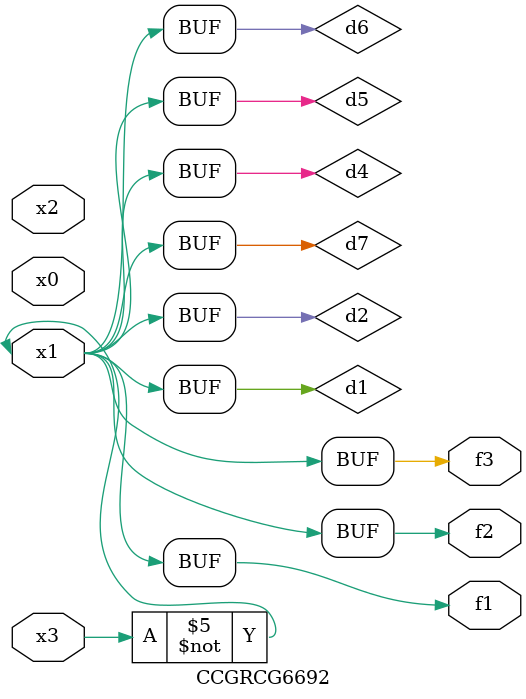
<source format=v>
module CCGRCG6692(
	input x0, x1, x2, x3,
	output f1, f2, f3
);

	wire d1, d2, d3, d4, d5, d6, d7;

	not (d1, x3);
	buf (d2, x1);
	xnor (d3, d1, d2);
	nor (d4, d1);
	buf (d5, d1, d2);
	buf (d6, d4, d5);
	nand (d7, d4);
	assign f1 = d6;
	assign f2 = d7;
	assign f3 = d6;
endmodule

</source>
